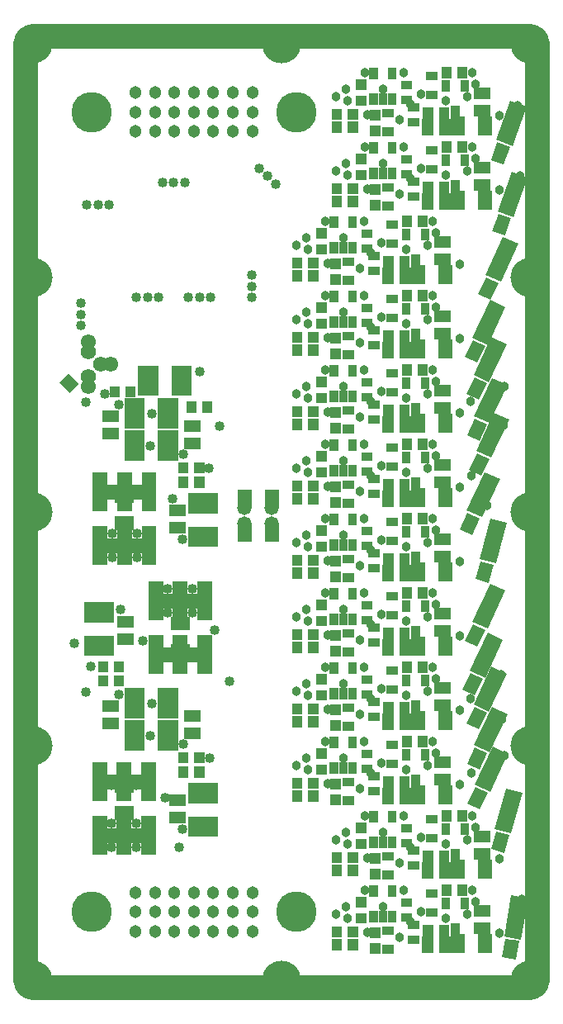
<source format=gbr>
G04 start of page 11 for group -4063 idx -4063 *
G04 Title: HETPREAMPS, componentmask *
G04 Creator: pcb 1.99z *
G04 CreationDate: Do 09 Apr 2015 07:40:17 GMT UTC *
G04 For: stephan *
G04 Format: Gerber/RS-274X *
G04 PCB-Dimensions (mil): 2952.76 4724.41 *
G04 PCB-Coordinate-Origin: lower left *
%MOIN*%
%FSLAX25Y25*%
%LNTOPMASK*%
%ADD172R,0.0820X0.0820*%
%ADD171R,0.0594X0.0594*%
%ADD170C,0.0984*%
%ADD169R,0.0560X0.0560*%
%ADD168R,0.0460X0.0460*%
%ADD167C,0.0001*%
%ADD166R,0.0340X0.0340*%
%ADD165R,0.0410X0.0410*%
%ADD164C,0.0610*%
%ADD163C,0.0580*%
%ADD162C,0.0400*%
%ADD161C,0.0380*%
%ADD160C,0.0613*%
%ADD159C,0.1575*%
%ADD158C,0.0531*%
%ADD157C,0.1635*%
%ADD156C,0.0513*%
G54D156*X135828Y66930D03*
X127954D03*
X120080D03*
G54D157*X153544Y74804D03*
G54D156*X135828D03*
X127954Y82678D03*
X120080D03*
X112206D03*
X104331D03*
X135828D03*
X127954Y74804D03*
X120080D03*
X112206D03*
X104331D03*
X96457D03*
X112206Y66930D03*
X104331D03*
X96457D03*
X88583D03*
Y82678D03*
Y74804D03*
X96457Y82678D03*
G54D157*X70867Y74804D03*
G54D158*X58071Y44291D03*
X65945D03*
X73819D03*
X81693D03*
X89567D03*
G54D159*X47244Y47244D03*
G54D158*X97441Y44291D03*
X105315D03*
X113189D03*
X121063D03*
X128937D03*
X136811D03*
X158465D03*
G54D159*X147638Y47244D03*
G54D158*X44291Y59055D03*
Y66929D03*
Y74803D03*
Y82677D03*
Y90551D03*
Y98425D03*
Y106299D03*
Y114173D03*
G54D157*X70865Y397638D03*
G54D158*X58071Y428150D03*
X65945D03*
X73819D03*
G54D156*X112204Y405512D03*
Y397638D03*
X120078Y405512D03*
Y397638D03*
Y389764D03*
X127952Y405512D03*
Y397638D03*
Y389764D03*
X135826Y405512D03*
Y397638D03*
G54D157*X153543D03*
G54D156*X135826Y389764D03*
G54D158*X250984D03*
Y397638D03*
Y405512D03*
Y413386D03*
G54D156*X112204Y389764D03*
X88582Y405512D03*
X96456D03*
X88582Y397638D03*
X104330Y405512D03*
X96456Y397638D03*
X104330D03*
X96456Y389764D03*
X104330D03*
X88582D03*
G54D158*X81693Y428150D03*
X89567D03*
X97441D03*
X105315D03*
X113189D03*
X121063D03*
X128937D03*
X136811D03*
X158465D03*
G54D159*X147638Y425197D03*
G54D158*X166339Y428150D03*
X174213D03*
X182087D03*
X189961D03*
X197835D03*
X205709D03*
X213583D03*
X221457D03*
X229331D03*
X237205D03*
G54D159*X248031Y425197D03*
G54D158*X166339Y44291D03*
X174213D03*
X182087D03*
X189961D03*
X197835D03*
X205709D03*
X213583D03*
X221457D03*
X229331D03*
X237205D03*
X250984Y59055D03*
Y66929D03*
Y74803D03*
Y82677D03*
Y90551D03*
Y98425D03*
Y106299D03*
G54D159*X248031Y47244D03*
G54D158*X250984Y114173D03*
Y122047D03*
Y129921D03*
Y153543D03*
G54D159*X248031Y141732D03*
G54D158*X250984Y161417D03*
Y169291D03*
Y177165D03*
Y185039D03*
Y192913D03*
Y200787D03*
Y208661D03*
Y216535D03*
Y224409D03*
G54D159*X248031Y236220D03*
G54D158*X250984Y248031D03*
Y255906D03*
Y263780D03*
Y271654D03*
Y279528D03*
Y287402D03*
Y295276D03*
Y303150D03*
Y311024D03*
Y318898D03*
Y342520D03*
Y350394D03*
G54D159*X248031Y330709D03*
G54D158*X250984Y358268D03*
Y366142D03*
Y374016D03*
Y381890D03*
X44291Y122047D03*
Y129921D03*
Y153543D03*
Y161417D03*
Y169291D03*
G54D159*X47244Y141732D03*
G54D158*X44291Y177165D03*
Y185039D03*
Y192913D03*
Y200787D03*
Y208661D03*
Y216535D03*
Y224409D03*
G54D159*X47244Y236220D03*
Y330709D03*
Y425197D03*
G54D158*X44291Y248031D03*
Y255906D03*
Y263780D03*
Y271654D03*
Y279528D03*
Y287402D03*
G54D160*X69500Y290941D03*
X74500Y295941D03*
X69500Y300941D03*
G54D158*X44291Y295276D03*
Y303150D03*
Y311024D03*
Y318898D03*
Y342520D03*
Y350394D03*
Y358268D03*
Y366142D03*
Y374016D03*
Y381890D03*
Y389764D03*
Y397638D03*
Y405512D03*
Y413386D03*
G54D161*X237500Y137941D03*
X210000Y138941D03*
X219500Y156191D03*
X188000Y134691D03*
X198000Y132191D03*
X206500Y133691D03*
X183750Y130941D03*
X240500Y120441D03*
X244750Y79691D03*
X235500Y96191D03*
X195250Y64441D03*
X235500Y66191D03*
X224500Y83441D03*
X197000D03*
X222500Y73691D03*
X226000Y78941D03*
X214000Y72191D03*
X204000Y74691D03*
Y104691D03*
X195250Y94441D03*
X199750Y100941D03*
X214000Y102191D03*
X224500Y113441D03*
X226000Y108941D03*
X222500Y103691D03*
X219500Y126191D03*
X199750Y70941D03*
X182250Y66441D03*
X188750Y76691D03*
X197000Y113441D03*
X188750Y106691D03*
X182250Y96441D03*
X181250Y83441D03*
X173500Y76941D03*
X174250Y72191D03*
X169750Y73691D03*
Y103691D03*
X174250Y102191D03*
X173500Y106941D03*
X181250Y113441D03*
X179250Y124441D03*
G54D162*X100500Y120691D03*
G54D161*X166250Y126441D03*
G54D162*X108000Y142441D03*
X118500Y136941D03*
X107500Y108191D03*
X89000Y110441D03*
X106250Y100941D03*
X89000Y100691D03*
X94750Y145941D03*
X79000Y100691D03*
Y110441D03*
G54D161*X224000Y280941D03*
X224250Y250941D03*
Y130941D03*
X224000Y160941D03*
X237500Y286941D03*
X237250Y271191D03*
X230750Y238941D03*
X234250Y229441D03*
X233250Y202691D03*
X232250Y182941D03*
X236250Y170441D03*
X236500Y152441D03*
X243000Y400191D03*
X244000Y371691D03*
X238750Y342691D03*
X233500Y317191D03*
X234000Y302191D03*
X235500Y366191D03*
Y396191D03*
X224500Y383441D03*
Y413441D03*
X226000Y408941D03*
X222500Y403691D03*
X226000Y378941D03*
X222500Y373691D03*
X153750Y133691D03*
Y163691D03*
X158250Y162191D03*
Y132191D03*
X157500Y136941D03*
X172750Y136691D03*
X157500Y166941D03*
X165250Y173441D03*
X172750Y166691D03*
X166250Y156441D03*
G54D162*X79000Y125941D03*
X89000D03*
X126500Y167941D03*
X70750Y173691D03*
X68500Y163441D03*
X82000Y162441D03*
X95250Y158941D03*
G54D161*X181000Y143441D03*
X208500D03*
X165250D03*
X181000Y173441D03*
X208500D03*
X179250Y154441D03*
X188000Y164691D03*
X198000Y162191D03*
X210000Y168941D03*
X206500Y163691D03*
X183750Y160941D03*
X153750Y193691D03*
X158250Y192191D03*
X157500Y196941D03*
X165250Y203441D03*
X172750Y196691D03*
X166250Y186441D03*
X181000Y203441D03*
X179250Y184441D03*
X181000Y233441D03*
X179250Y214441D03*
X153750Y223691D03*
X158250Y222191D03*
X157500Y226941D03*
X165250Y233441D03*
X172750Y226691D03*
X166250Y216441D03*
G54D163*X143750Y231441D03*
Y237941D03*
X132750Y231441D03*
Y237941D03*
G54D162*X82500Y196691D03*
X64000Y183191D03*
X91500Y184191D03*
X115000Y178691D03*
X120750Y188441D03*
X112250Y178691D03*
X111750Y195441D03*
Y205191D03*
X101750D03*
X107500Y225191D03*
X101750Y195441D03*
X79750Y243691D03*
X79250Y217691D03*
Y227441D03*
X89000Y243691D03*
X89250Y227441D03*
Y217691D03*
X103500Y241441D03*
X108000Y259441D03*
X94750Y262941D03*
X118250Y253941D03*
X122500Y270691D03*
G54D161*X219500Y186191D03*
Y216191D03*
Y246191D03*
Y276191D03*
X188000Y194691D03*
X198000Y192191D03*
X208500Y203441D03*
X210000Y198941D03*
X206500Y193691D03*
X183750Y190941D03*
X210000Y228941D03*
X206500Y223691D03*
X153750Y253691D03*
Y283691D03*
X158250Y282191D03*
Y252191D03*
X157500Y256941D03*
X165250Y263441D03*
X172750Y256691D03*
X166250Y246441D03*
X181000Y263441D03*
X179250Y244441D03*
X181000Y293441D03*
X179250Y274441D03*
X188000Y224691D03*
X183750Y220941D03*
X188000Y254691D03*
X183750Y250941D03*
X188000Y284691D03*
X183750Y280941D03*
X198000Y222191D03*
Y252191D03*
Y282191D03*
X208500Y233441D03*
Y263441D03*
X210000Y258941D03*
X206500Y253691D03*
X208500Y293441D03*
X210000Y288941D03*
X206500Y283691D03*
X157500Y286941D03*
X153750Y313691D03*
X158250Y312191D03*
X157500Y316941D03*
X153750Y343691D03*
X158250Y342191D03*
X165250Y293441D03*
X166250Y276441D03*
X165250Y323441D03*
X166250Y306441D03*
Y336441D03*
X172750Y286691D03*
Y316691D03*
X181000Y323441D03*
X179250Y304441D03*
X181000Y353441D03*
X179250Y334441D03*
X219500Y306191D03*
Y336191D03*
X188000Y314691D03*
X183750Y310941D03*
X188000Y344691D03*
X183750Y340941D03*
X198000Y312191D03*
X208500Y323441D03*
X210000Y318941D03*
X206500Y313691D03*
X198000Y342191D03*
X208500Y353441D03*
X210000Y348941D03*
X206500Y343691D03*
X157500Y346941D03*
X172750Y346691D03*
X165250Y353441D03*
X169750Y373691D03*
X174250Y372191D03*
X173500Y376941D03*
X169750Y403691D03*
X174250Y402191D03*
X173500Y406941D03*
G54D162*X138750Y374691D03*
X142000Y371691D03*
X145250Y368441D03*
G54D161*X197000Y383441D03*
X195250Y364441D03*
X181250Y383441D03*
X188750Y376691D03*
X182250Y366441D03*
X204000Y374691D03*
X214000Y372191D03*
X199750Y370941D03*
X197000Y413441D03*
X204000Y404691D03*
X188750Y406691D03*
X199750Y400941D03*
X214000Y402191D03*
X195250Y394441D03*
X182250Y396441D03*
X181250Y413441D03*
G54D162*X108500Y369191D03*
X104000D03*
X99500D03*
X78000Y360191D03*
X73500D03*
X69000D03*
X119000Y322691D03*
X135500D03*
Y327191D03*
Y331691D03*
X114500Y322691D03*
Y292691D03*
X110000Y322691D03*
X98000D03*
X93500D03*
X89000D03*
X66500Y311441D03*
Y315941D03*
Y320441D03*
X82000Y279441D03*
X95250Y275941D03*
X68500Y280441D03*
X76250Y283691D03*
G54D164*X69500Y286941D03*
Y304941D03*
X78500Y295941D03*
G54D165*X170050Y396891D02*Y396491D01*
X176450Y396891D02*Y396491D01*
X185300Y396391D02*X185700D01*
X170050Y391641D02*Y391241D01*
X185300Y389991D02*X185700D01*
G54D166*X190100Y389691D02*X191300D01*
X190100Y397291D02*X191300D01*
G54D165*X176450Y391641D02*Y391241D01*
Y361641D02*Y361241D01*
Y366891D02*Y366491D01*
X179550Y372241D02*X179950D01*
X179550Y378641D02*X179950D01*
G54D166*X191700Y352191D02*X192900D01*
G54D165*X185300Y366391D02*X185700D01*
X185300Y359991D02*X185700D01*
G54D166*X176400Y353741D02*Y352541D01*
X168800Y353741D02*Y352541D01*
G54D165*X170050Y361641D02*Y361241D01*
Y366891D02*Y366491D01*
G54D166*X190100Y359691D02*X191300D01*
X190100Y367291D02*X191300D01*
X192400Y383741D02*Y382541D01*
X184800Y373541D02*Y372341D01*
X188600Y373541D02*Y372341D01*
X192400Y373541D02*Y372341D01*
X184800Y383741D02*Y382541D01*
G54D165*X179550Y402241D02*X179950D01*
X179550Y408641D02*X179950D01*
G54D166*X192400Y413741D02*Y412541D01*
X184800Y403541D02*Y402341D01*
X188600Y403541D02*Y402341D01*
X192400Y403541D02*Y402341D01*
X184800Y413741D02*Y412541D01*
G54D167*G36*
X232131Y378333D02*X234706Y385404D01*
X239896Y383513D01*
X237322Y376443D01*
X232131Y378333D01*
G37*
G36*
X234312Y386372D02*X240101Y402275D01*
X246608Y399907D01*
X240819Y384003D01*
X234312Y386372D01*
G37*
G54D168*X227500Y375191D02*X229500D01*
G54D169*X229750Y392941D02*Y390941D01*
G54D168*X227500Y398191D02*X229500D01*
X227500Y405191D02*X229500D01*
G54D167*G36*
X232631Y349583D02*X235206Y356654D01*
X240396Y354763D01*
X237822Y347693D01*
X232631Y349583D01*
G37*
G36*
X234812Y357622D02*X240601Y373525D01*
X247108Y371157D01*
X241319Y355253D01*
X234812Y357622D01*
G37*
G54D169*X229750Y362941D02*Y360941D01*
G54D168*X227500Y368191D02*X229500D01*
G54D165*X204700Y353641D02*Y353241D01*
X198300Y353641D02*Y353241D01*
X206800Y367391D02*Y366991D01*
G54D166*X200300Y369491D02*X201500D01*
G54D169*X218750Y362941D02*Y360941D01*
G54D165*X213200Y367391D02*Y366991D01*
G54D168*X213500Y362441D02*Y360441D01*
G54D166*X217800Y368641D02*Y367441D01*
G54D168*X206500Y362441D02*Y360441D01*
G54D166*X197500Y372391D02*X198700D01*
X200300Y363491D02*X201500D01*
X221600Y378841D02*Y377641D01*
G54D165*X220700Y383641D02*Y383241D01*
G54D166*X214000Y378841D02*Y377641D01*
G54D165*X214300Y383641D02*Y383241D01*
G54D166*X207700Y382191D02*X208900D01*
X207700Y374591D02*X208900D01*
X197500Y378391D02*X198700D01*
G54D165*X213200Y397391D02*Y396991D01*
G54D166*X214000Y408841D02*Y407641D01*
G54D169*X218750Y392941D02*Y390941D01*
G54D168*X213500Y392441D02*Y390441D01*
X206500Y392441D02*Y390441D01*
G54D165*X206800Y397391D02*Y396991D01*
G54D166*X197500Y402391D02*X198700D01*
X200300Y393491D02*X201500D01*
X200300Y399491D02*X201500D01*
G54D165*X220700Y413641D02*Y413241D01*
X214300Y413641D02*Y413241D01*
G54D166*X207700Y412191D02*X208900D01*
X197500Y408391D02*X198700D01*
X207700Y404591D02*X208900D01*
X221600Y408841D02*Y407641D01*
X217800Y398641D02*Y397441D01*
G54D170*X47244Y428150D02*X248031D01*
G54D165*X154050Y181641D02*Y181241D01*
Y186891D02*Y186491D01*
Y126891D02*Y126491D01*
Y156891D02*Y156491D01*
Y151641D02*Y151241D01*
Y121641D02*Y121241D01*
X160450Y181641D02*Y181241D01*
Y186891D02*Y186491D01*
G54D166*X168800Y133541D02*Y132341D01*
G54D165*X169300Y119991D02*X169700D01*
G54D166*X172600Y133541D02*Y132341D01*
G54D165*X169300Y126391D02*X169700D01*
X163550Y132241D02*X163950D01*
X163550Y138641D02*X163950D01*
G54D166*X172600Y163541D02*Y162341D01*
G54D165*X163550Y162241D02*X163950D01*
X163550Y168641D02*X163950D01*
X169300Y156391D02*X169700D01*
X169300Y149991D02*X169700D01*
G54D166*X168800Y173741D02*Y172541D01*
G54D165*X169300Y179991D02*X169700D01*
G54D166*X174100Y179691D02*X175300D01*
G54D165*X160450Y126891D02*Y126491D01*
Y156891D02*Y156491D01*
Y151641D02*Y151241D01*
Y121641D02*Y121241D01*
G54D167*G36*
X225649Y126266D02*X232802Y141605D01*
X239077Y138678D01*
X231925Y123340D01*
X225649Y126266D01*
G37*
G36*
X222526Y134448D02*X225706Y141268D01*
X230713Y138933D01*
X227532Y132113D01*
X222526Y134448D01*
G37*
G36*
X222276Y150698D02*X225456Y157518D01*
X230463Y155183D01*
X227282Y148363D01*
X222276Y150698D01*
G37*
G36*
X225399Y142266D02*X232552Y157605D01*
X238827Y154678D01*
X231675Y139340D01*
X225399Y142266D01*
G37*
G54D168*X211500Y135191D02*X213500D01*
G54D169*X213750Y152941D02*Y150941D01*
G54D166*X197500Y108391D02*X198700D01*
X214000Y108841D02*Y107641D01*
G54D165*X220700Y113641D02*Y113241D01*
X214300Y113641D02*Y113241D01*
G54D166*X207700Y112191D02*X208900D01*
X192400Y113741D02*Y112541D01*
X221600Y108841D02*Y107641D01*
X198000Y138841D02*Y137641D01*
G54D165*X204700Y143641D02*Y143241D01*
X198300Y143641D02*Y143241D01*
G54D169*X202750Y152941D02*Y150941D01*
G54D168*X197500Y152441D02*Y150441D01*
X190500Y152441D02*Y150441D01*
G54D166*X184300Y153491D02*X185500D01*
X191700Y134591D02*X192900D01*
X205600Y138841D02*Y137641D01*
X191700Y142191D02*X192900D01*
G54D165*X190800Y127391D02*Y126991D01*
G54D169*X213750Y122941D02*Y120941D01*
G54D168*X211500Y128191D02*X213500D01*
G54D169*X202750Y122941D02*Y120941D01*
G54D165*X197200Y127391D02*Y126991D01*
G54D168*X197500Y122441D02*Y120441D01*
X190500Y122441D02*Y120441D01*
G54D166*X201800Y128641D02*Y127441D01*
G54D167*G36*
X225149Y158516D02*X232302Y173855D01*
X238577Y170928D01*
X231425Y155590D01*
X225149Y158516D01*
G37*
G36*
X220776Y164448D02*X223956Y171268D01*
X228963Y168933D01*
X225782Y162113D01*
X220776Y164448D01*
G37*
G54D168*X211500Y158191D02*X213500D01*
G54D165*X197200Y157391D02*Y156991D01*
G54D166*X198000Y168841D02*Y167641D01*
G54D165*X198300Y173641D02*Y173241D01*
G54D168*X197500Y182441D02*Y180441D01*
G54D166*X191700Y172191D02*X192900D01*
G54D168*X190500Y182441D02*Y180441D01*
G54D166*X191700Y164591D02*X192900D01*
G54D165*X190800Y157391D02*Y156991D01*
G54D167*G36*
X223649Y172266D02*X230802Y187605D01*
X237077Y184678D01*
X229925Y169340D01*
X223649Y172266D01*
G37*
G54D166*X201800Y158641D02*Y157441D01*
X205600Y168841D02*Y167641D01*
G54D165*X204700Y173641D02*Y173241D01*
G54D168*X211500Y165191D02*X213500D01*
G54D169*X213750Y182941D02*Y180941D01*
X202750Y182941D02*Y180941D01*
G54D166*X184800Y113741D02*Y112541D01*
G54D165*X179550Y108641D02*X179950D01*
G54D166*X176400Y143741D02*Y142541D01*
X174100Y149691D02*X175300D01*
X176400Y133541D02*Y132341D01*
X181500Y138391D02*X182700D01*
X181500Y132391D02*X182700D01*
X174100Y119691D02*X175300D01*
X174100Y127291D02*X175300D01*
X184300Y123491D02*X185500D01*
X184300Y129491D02*X185500D01*
X168800Y143741D02*Y142541D01*
X181500Y168391D02*X182700D01*
X184300Y183491D02*X185500D01*
X168800Y163541D02*Y162341D01*
X176400Y163541D02*Y162341D01*
X181500Y162391D02*X182700D01*
X184300Y159491D02*X185500D01*
X176400Y173741D02*Y172541D01*
X174100Y157291D02*X175300D01*
G54D169*X105750Y180191D02*X107750D01*
G54D171*X106750Y183535D02*Y173693D01*
X116593Y183535D02*Y173693D01*
X98876Y178614D02*X114624D01*
G54D168*X83500Y184941D02*X85500D01*
G54D172*X72000Y182191D02*X76000D01*
G54D165*X81950Y173891D02*Y173491D01*
X75550Y173891D02*Y173491D01*
Y168141D02*Y167741D01*
X81950Y168141D02*Y167741D01*
G54D171*X96907Y183535D02*Y173693D01*
G54D168*X77500Y157941D02*X79500D01*
X77500Y150941D02*X79500D01*
G54D172*X88250Y160941D02*Y156941D01*
G54D165*X108050Y131391D02*Y130991D01*
X114450Y131391D02*Y130991D01*
X108050Y137141D02*Y136741D01*
X114450Y137141D02*Y136741D01*
G54D168*X110500Y146941D02*X112500D01*
X110500Y153941D02*X112500D01*
G54D172*X101750Y160941D02*Y156941D01*
G54D171*X74157Y132189D02*Y122346D01*
G54D170*X47244Y44291D02*X248031D01*
G54D172*X101750Y147941D02*Y143941D01*
X88250Y147941D02*Y143941D01*
G54D169*X83000Y125691D02*X85000D01*
G54D171*X93843Y132189D02*Y122346D01*
X84000Y132189D02*Y122346D01*
X76126Y127268D02*X91874D01*
G54D169*X83000Y114691D02*X85000D01*
G54D171*X93843Y110535D02*Y100693D01*
X84000Y110535D02*Y100693D01*
X76126Y105614D02*X91874D01*
X74157Y110535D02*Y100693D01*
G54D168*X104500Y119941D02*X106500D01*
G54D172*X114000Y122691D02*X118000D01*
G54D168*X104500Y112941D02*X106500D01*
G54D172*X114000Y109191D02*X118000D01*
G54D167*G36*
X232287Y100045D02*X234235Y107313D01*
X239571Y105883D01*
X237624Y98615D01*
X232287Y100045D01*
G37*
G54D168*X227500Y105191D02*X229500D01*
G54D169*X229750Y92941D02*Y90941D01*
G54D168*X227500Y98191D02*X229500D01*
G54D170*X250984Y425197D02*Y47244D01*
G54D167*G36*
X233760Y108243D02*X238140Y124591D01*
X244828Y122799D01*
X240448Y106451D01*
X233760Y108243D01*
G37*
G36*
X222776Y118448D02*X225956Y125268D01*
X230963Y122933D01*
X227782Y116113D01*
X222776Y118448D01*
G37*
G54D169*X218750Y92941D02*Y90941D01*
G54D166*X217800Y98641D02*Y97441D01*
G54D167*G36*
X236737Y56587D02*X238045Y63998D01*
X243485Y63037D01*
X242177Y55627D01*
X236737Y56587D01*
G37*
G36*
X237489Y64883D02*X240428Y81550D01*
X247247Y80347D01*
X244308Y63680D01*
X237489Y64883D01*
G37*
G54D166*X221600Y78841D02*Y77641D01*
G54D168*X227500Y75191D02*X229500D01*
G54D166*X217800Y68641D02*Y67441D01*
G54D168*X227500Y68191D02*X229500D01*
G54D169*X218750Y62941D02*Y60941D01*
X229750Y62941D02*Y60941D01*
G54D165*X170050Y91641D02*Y91241D01*
Y96891D02*Y96491D01*
X176450Y91641D02*Y91241D01*
Y96891D02*Y96491D01*
X185300Y96391D02*X185700D01*
X185300Y89991D02*X185700D01*
G54D166*X190100Y89691D02*X191300D01*
X190100Y97291D02*X191300D01*
G54D165*X170050Y61641D02*Y61241D01*
X176450Y61641D02*Y61241D01*
X170050Y66891D02*Y66491D01*
X176450Y66891D02*Y66491D01*
X179550Y72241D02*X179950D01*
X179550Y78641D02*X179950D01*
G54D166*X190100Y67291D02*X191300D01*
X190100Y59691D02*X191300D01*
G54D165*X185300Y59991D02*X185700D01*
X185300Y66391D02*X185700D01*
G54D166*X184800Y73541D02*Y72341D01*
X188600Y73541D02*Y72341D01*
X192400Y73541D02*Y72341D01*
Y83741D02*Y82541D01*
X184800Y83741D02*Y82541D01*
X200300Y69491D02*X201500D01*
X197500Y78391D02*X198700D01*
X197500Y72391D02*X198700D01*
X200300Y63491D02*X201500D01*
X214000Y78841D02*Y77641D01*
G54D168*X213500Y62441D02*Y60441D01*
G54D165*X213200Y67391D02*Y66991D01*
G54D166*X207700Y74591D02*X208900D01*
G54D168*X206500Y62441D02*Y60441D01*
G54D165*X206800Y67391D02*Y66991D01*
G54D166*X188600Y103541D02*Y102341D01*
X192400Y103541D02*Y102341D01*
X197500Y102391D02*X198700D01*
G54D165*X179550Y102241D02*X179950D01*
G54D166*X200300Y93491D02*X201500D01*
X200300Y99491D02*X201500D01*
X184800Y103541D02*Y102341D01*
X207700Y82191D02*X208900D01*
G54D165*X220700Y83641D02*Y83241D01*
X214300Y83641D02*Y83241D01*
X206800Y97391D02*Y96991D01*
G54D168*X206500Y92441D02*Y90441D01*
G54D165*X213200Y97391D02*Y96991D01*
G54D168*X213500Y92441D02*Y90441D01*
G54D166*X207700Y104591D02*X208900D01*
G54D170*X44291Y425197D02*Y47244D01*
G54D167*G36*
X61500Y292096D02*X65655Y287941D01*
X62000Y284286D01*
X57845Y288441D01*
X61500Y292096D01*
G37*
G54D168*X77500Y274941D02*X79500D01*
X77500Y267941D02*X79500D01*
G54D171*X74407Y227535D02*Y217693D01*
X84250Y249189D02*Y239346D01*
Y227535D02*Y217693D01*
X74407Y249189D02*Y239346D01*
G54D169*X105750Y191191D02*X107750D01*
G54D171*X106750Y205189D02*Y195346D01*
G54D169*X83250Y242691D02*X85250D01*
G54D171*X94093Y249189D02*Y239346D01*
X76376Y244268D02*X92124D01*
G54D169*X83250Y231691D02*X85250D01*
G54D168*X83500Y191941D02*X85500D01*
G54D172*X72000Y195691D02*X76000D01*
G54D171*X94093Y227535D02*Y217693D01*
X96907Y205189D02*Y195346D01*
X76376Y222614D02*X92124D01*
G54D165*X108050Y254141D02*Y253741D01*
X114450Y254141D02*Y253741D01*
X111300Y278641D02*Y278241D01*
X117700Y278641D02*Y278241D01*
G54D168*X110500Y270941D02*X112500D01*
G54D172*X101750Y277941D02*Y273941D01*
G54D168*X110500Y263941D02*X112500D01*
G54D165*X80300Y284891D02*Y284491D01*
X86700Y284891D02*Y284491D01*
G54D172*X88250Y277941D02*Y273941D01*
G54D168*X104500Y236941D02*X106500D01*
X104500Y229941D02*X106500D01*
G54D172*X107250Y291191D02*Y287191D01*
X93750Y291191D02*Y287191D01*
G54D165*X108050Y248391D02*Y247991D01*
G54D172*X101750Y264941D02*Y260941D01*
X88250Y264941D02*Y260941D01*
X114000Y239691D02*X118000D01*
X114000Y226191D02*X118000D01*
G54D171*X98876Y200268D02*X114624D01*
G54D165*X114450Y248391D02*Y247991D01*
G54D171*X116593Y205189D02*Y195346D01*
G54D169*X143750Y242441D02*Y240441D01*
X132750Y242441D02*Y240441D01*
Y228941D02*Y226941D01*
X143750Y228941D02*Y226941D01*
G54D165*X154050Y211641D02*Y211241D01*
Y241641D02*Y241241D01*
Y246891D02*Y246491D01*
Y216891D02*Y216491D01*
X160450Y211641D02*Y211241D01*
Y241641D02*Y241241D01*
Y246891D02*Y246491D01*
Y216891D02*Y216491D01*
G54D166*X168800Y223541D02*Y222341D01*
G54D165*X163550Y222241D02*X163950D01*
X163550Y228641D02*X163950D01*
G54D166*X176400Y203741D02*Y202541D01*
X168800Y203741D02*Y202541D01*
X181500Y198391D02*X182700D01*
X184300Y213491D02*X185500D01*
G54D165*X163550Y192241D02*X163950D01*
X169300Y186391D02*X169700D01*
G54D166*X174100Y187291D02*X175300D01*
X184300Y189491D02*X185500D01*
X168800Y193541D02*Y192341D01*
X172600Y193541D02*Y192341D01*
G54D165*X163550Y198641D02*X163950D01*
G54D166*X176400Y193541D02*Y192341D01*
X181500Y192391D02*X182700D01*
X172600Y223541D02*Y222341D01*
G54D165*X169300Y216391D02*X169700D01*
X169300Y209991D02*X169700D01*
G54D166*X174100Y209691D02*X175300D01*
X174100Y217291D02*X175300D01*
X176400Y223541D02*Y222341D01*
X181500Y228391D02*X182700D01*
X181500Y222391D02*X182700D01*
X184300Y219491D02*X185500D01*
X176400Y233741D02*Y232541D01*
X168800Y233741D02*Y232541D01*
G54D165*X169300Y246391D02*X169700D01*
X169300Y239991D02*X169700D01*
G54D166*X174100Y239691D02*X175300D01*
X184300Y243491D02*X185500D01*
G54D167*G36*
X221776Y184198D02*X224956Y191018D01*
X229963Y188683D01*
X226782Y181863D01*
X221776Y184198D01*
G37*
G36*
X224649Y192016D02*X231802Y207355D01*
X238077Y204428D01*
X230925Y189090D01*
X224649Y192016D01*
G37*
G36*
X219526Y229198D02*X222706Y236018D01*
X227713Y233683D01*
X224532Y226863D01*
X219526Y229198D01*
G37*
G54D166*X205600Y198841D02*Y197641D01*
G54D168*X211500Y195191D02*X213500D01*
X211500Y188191D02*X213500D01*
G54D166*X198000Y198841D02*Y197641D01*
G54D165*X204700Y203641D02*Y203241D01*
X198300Y203641D02*Y203241D01*
G54D166*X201800Y188641D02*Y187441D01*
G54D165*X190800Y187391D02*Y186991D01*
X197200Y187391D02*Y186991D01*
G54D166*X191700Y202191D02*X192900D01*
X191700Y194591D02*X192900D01*
X201800Y218641D02*Y217441D01*
X191700Y232191D02*X192900D01*
X191700Y224591D02*X192900D01*
G54D165*X204700Y233641D02*Y233241D01*
G54D169*X202750Y242941D02*Y240941D01*
X213750Y242941D02*Y240941D01*
G54D165*X198300Y233641D02*Y233241D01*
G54D168*X197500Y242441D02*Y240441D01*
X190500Y242441D02*Y240441D01*
G54D167*G36*
X226037Y209045D02*X227985Y216313D01*
X233321Y214883D01*
X231374Y207615D01*
X226037Y209045D01*
G37*
G36*
X227510Y217243D02*X231890Y233591D01*
X238578Y231799D01*
X234198Y215451D01*
X227510Y217243D01*
G37*
G54D169*X213750Y212941D02*Y210941D01*
G54D167*G36*
X222399Y237016D02*X229552Y252355D01*
X235827Y249428D01*
X228675Y234090D01*
X222399Y237016D01*
G37*
G54D168*X211500Y248191D02*X213500D01*
G54D165*X197200Y247391D02*Y246991D01*
G54D166*X201800Y248641D02*Y247441D01*
G54D165*X190800Y247391D02*Y246991D01*
G54D169*X202750Y212941D02*Y210941D01*
G54D165*X197200Y217391D02*Y216991D01*
G54D168*X211500Y218191D02*X213500D01*
X211500Y225191D02*X213500D01*
X197500Y212441D02*Y210441D01*
G54D166*X198000Y228841D02*Y227641D01*
X205600Y228841D02*Y227641D01*
G54D165*X190800Y217391D02*Y216991D01*
G54D168*X190500Y212441D02*Y210441D01*
G54D165*X154050Y271641D02*Y271241D01*
X160450Y271641D02*Y271241D01*
X154050Y276891D02*Y276491D01*
X160450Y276891D02*Y276491D01*
G54D166*X174100Y277291D02*X175300D01*
X168800Y263741D02*Y262541D01*
X174100Y269691D02*X175300D01*
X184300Y273491D02*X185500D01*
X176400Y253541D02*Y252341D01*
X181500Y252391D02*X182700D01*
X184300Y249491D02*X185500D01*
X168800Y253541D02*Y252341D01*
X172600Y253541D02*Y252341D01*
X174100Y247291D02*X175300D01*
G54D165*X163550Y252241D02*X163950D01*
X163550Y258641D02*X163950D01*
X154050Y331641D02*Y331241D01*
X160450Y331641D02*Y331241D01*
X154050Y336891D02*Y336491D01*
X160450Y336891D02*Y336491D01*
X163550Y342241D02*X163950D01*
X163550Y348641D02*X163950D01*
X154050Y301641D02*Y301241D01*
X160450Y301641D02*Y301241D01*
X163550Y282241D02*X163950D01*
X163550Y288641D02*X163950D01*
X154050Y306891D02*Y306491D01*
X160450Y306891D02*Y306491D01*
X163550Y312241D02*X163950D01*
X163550Y318641D02*X163950D01*
G54D166*X191700Y344591D02*X192900D01*
X181500Y348391D02*X182700D01*
X181500Y342391D02*X182700D01*
X174100Y337291D02*X175300D01*
G54D165*X190800Y337391D02*Y336991D01*
G54D168*X190500Y332441D02*Y330441D01*
G54D166*X184300Y333491D02*X185500D01*
X184300Y339491D02*X185500D01*
X176400Y343541D02*Y342341D01*
G54D165*X169300Y336391D02*X169700D01*
G54D166*X168800Y343541D02*Y342341D01*
X172600Y343541D02*Y342341D01*
G54D165*X169300Y329991D02*X169700D01*
G54D166*X174100Y329691D02*X175300D01*
G54D167*G36*
X227026Y324198D02*X230206Y331018D01*
X235213Y328683D01*
X232032Y321863D01*
X227026Y324198D01*
G37*
G36*
X229899Y332016D02*X237052Y347355D01*
X243327Y344428D01*
X236175Y329090D01*
X229899Y332016D01*
G37*
G36*
X225149Y291516D02*X232302Y306855D01*
X238577Y303928D01*
X231425Y288590D01*
X225149Y291516D01*
G37*
G36*
X224649Y306516D02*X231802Y321855D01*
X238077Y318928D01*
X230925Y303590D01*
X224649Y306516D01*
G37*
G36*
X222276Y283698D02*X225456Y290518D01*
X230463Y288183D01*
X227282Y281363D01*
X222276Y283698D01*
G37*
G36*
X221776Y298698D02*X224956Y305518D01*
X229963Y303183D01*
X226782Y296363D01*
X221776Y298698D01*
G37*
G36*
X225399Y275016D02*X232552Y290355D01*
X238827Y287428D01*
X231675Y272090D01*
X225399Y275016D01*
G37*
G54D169*X213750Y302941D02*Y300941D01*
G54D168*X211500Y308191D02*X213500D01*
X211500Y315191D02*X213500D01*
G54D169*X213750Y332941D02*Y330941D01*
G54D168*X211500Y338191D02*X213500D01*
G54D167*G36*
X223276Y253198D02*X226456Y260018D01*
X231463Y257683D01*
X228282Y250863D01*
X223276Y253198D01*
G37*
G36*
X226149Y261016D02*X233302Y276355D01*
X239577Y273428D01*
X232425Y258090D01*
X226149Y261016D01*
G37*
G36*
X222526Y267198D02*X225706Y274018D01*
X230713Y271683D01*
X227532Y264863D01*
X222526Y267198D01*
G37*
G54D168*X211500Y255191D02*X213500D01*
X211500Y285191D02*X213500D01*
G54D169*X213750Y272941D02*Y270941D01*
G54D168*X211500Y278191D02*X213500D01*
X211500Y345191D02*X213500D01*
G54D169*X202750Y332941D02*Y330941D01*
G54D165*X197200Y337391D02*Y336991D01*
G54D168*X197500Y332441D02*Y330441D01*
G54D166*X198000Y348841D02*Y347641D01*
X201800Y338641D02*Y337441D01*
X205600Y348841D02*Y347641D01*
G54D165*X204700Y263641D02*Y263241D01*
G54D166*X198000Y258841D02*Y257641D01*
X205600Y258841D02*Y257641D01*
X176400Y263741D02*Y262541D01*
G54D165*X198300Y263641D02*Y263241D01*
G54D166*X191700Y262191D02*X192900D01*
X191700Y254591D02*X192900D01*
X181500Y258391D02*X182700D01*
G54D169*X202750Y272941D02*Y270941D01*
G54D166*X201800Y278641D02*Y277441D01*
X191700Y284591D02*X192900D01*
G54D165*X197200Y277391D02*Y276991D01*
G54D168*X197500Y272441D02*Y270441D01*
X190500Y272441D02*Y270441D01*
G54D166*X198000Y288841D02*Y287641D01*
X181500Y288391D02*X182700D01*
X181500Y282391D02*X182700D01*
G54D165*X190800Y277391D02*Y276991D01*
G54D166*X184300Y279491D02*X185500D01*
X176400Y293741D02*Y292541D01*
X168800Y293741D02*Y292541D01*
G54D165*X169300Y276391D02*X169700D01*
X169300Y269991D02*X169700D01*
G54D166*X168800Y283541D02*Y282341D01*
X172600Y283541D02*Y282341D01*
X176400Y283541D02*Y282341D01*
G54D165*X169300Y299991D02*X169700D01*
G54D166*X174100Y299691D02*X175300D01*
X176400Y323741D02*Y322541D01*
X168800Y313541D02*Y312341D01*
X181500Y318391D02*X182700D01*
X181500Y312391D02*X182700D01*
X172600Y313541D02*Y312341D01*
G54D165*X169300Y306391D02*X169700D01*
G54D166*X174100Y307291D02*X175300D01*
X176400Y313541D02*Y312341D01*
X168800Y323741D02*Y322541D01*
G54D165*X204700Y293641D02*Y293241D01*
X198300Y293641D02*Y293241D01*
G54D166*X191700Y292191D02*X192900D01*
X205600Y288841D02*Y287641D01*
G54D169*X202750Y302941D02*Y300941D01*
G54D168*X197500Y302441D02*Y300441D01*
X190500Y302441D02*Y300441D01*
G54D165*X197200Y307391D02*Y306991D01*
G54D166*X201800Y308641D02*Y307441D01*
X205600Y318841D02*Y317641D01*
G54D165*X204700Y323641D02*Y323241D01*
G54D166*X198000Y318841D02*Y317641D01*
G54D165*X198300Y323641D02*Y323241D01*
G54D166*X191700Y322191D02*X192900D01*
X191700Y314591D02*X192900D01*
G54D165*X190800Y307391D02*Y306991D01*
G54D166*X184300Y303491D02*X185500D01*
X184300Y309491D02*X185500D01*
M02*

</source>
